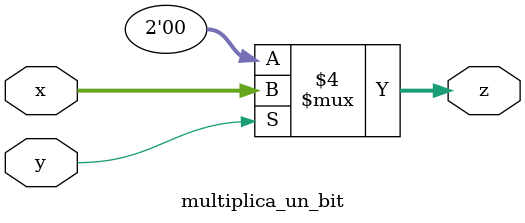
<source format=sv>
module multiplica_un_bit (
        input logic [1:0]   x,  //2 bits
        input logic         y,  //1 bit
        output logic [1:0]  z  //2 bits
    );

    always_comb begin 
        if(y==0) begin
            z = 2'b00;
        end else begin 
            z = x;
        end
    end

    /*always_comb begin
        z[0] =  y & x[0];
        z[1] =  y & x[1];
    end*/

endmodule
</source>
